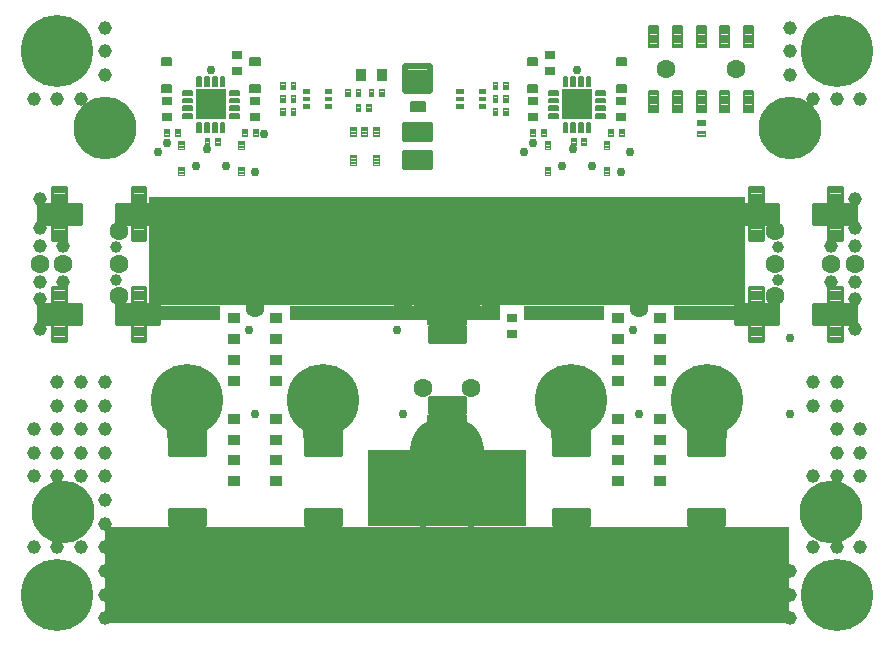
<source format=gto>
G75*
%MOIN*%
%OFA0B0*%
%FSLAX24Y24*%
%IPPOS*%
%LPD*%
%AMOC8*
5,1,8,0,0,1.08239X$1,22.5*
%
%ADD10R,1.9882X0.3642*%
%ADD11R,0.1378X0.0295*%
%ADD12R,0.5315X0.2559*%
%ADD13R,2.2835X0.3248*%
%ADD14R,0.2067X0.0492*%
%ADD15R,0.2657X0.0492*%
%ADD16R,0.6988X0.0492*%
%ADD17C,0.0049*%
%ADD18R,0.0433X0.0354*%
%ADD19C,0.0134*%
%ADD20C,0.0208*%
%ADD21C,0.0068*%
%ADD22R,0.0354X0.0433*%
%ADD23C,0.0039*%
%ADD24C,0.0053*%
%ADD25R,0.1024X0.1024*%
%ADD26R,0.0335X0.0256*%
%ADD27C,0.0057*%
%ADD28C,0.2402*%
%ADD29C,0.0128*%
%ADD30C,0.0047*%
%ADD31C,0.0031*%
%ADD32C,0.0150*%
%ADD33C,0.0110*%
%ADD34C,0.2087*%
%ADD35C,0.0075*%
%ADD36C,0.0630*%
%ADD37C,0.0295*%
%ADD38C,0.0453*%
%ADD39C,0.2480*%
%ADD40C,0.0394*%
D10*
X018614Y016891D03*
D11*
X018614Y014529D03*
X018614Y011281D03*
X014480Y010789D03*
X009952Y010789D03*
X022748Y010789D03*
X027275Y010789D03*
D12*
X018614Y008968D03*
D13*
X018614Y006065D03*
D14*
X027226Y014824D03*
X010002Y014824D03*
D15*
X022502Y014824D03*
D16*
X016891Y014824D03*
D17*
X016330Y020066D02*
X016134Y020066D01*
X016330Y020066D02*
X016330Y019760D01*
X016134Y019760D01*
X016134Y020066D01*
X016134Y019808D02*
X016330Y019808D01*
X016330Y019856D02*
X016134Y019856D01*
X016134Y019904D02*
X016330Y019904D01*
X016330Y019952D02*
X016134Y019952D01*
X016134Y020000D02*
X016330Y020000D01*
X016330Y020048D02*
X016134Y020048D01*
X015582Y020066D02*
X015386Y020066D01*
X015582Y020066D02*
X015582Y019760D01*
X015386Y019760D01*
X015386Y020066D01*
X015386Y019808D02*
X015582Y019808D01*
X015582Y019856D02*
X015386Y019856D01*
X015386Y019904D02*
X015582Y019904D01*
X015582Y019952D02*
X015386Y019952D01*
X015386Y020000D02*
X015582Y020000D01*
X015582Y020048D02*
X015386Y020048D01*
X015386Y021011D02*
X015582Y021011D01*
X015582Y020705D01*
X015386Y020705D01*
X015386Y021011D01*
X015386Y020753D02*
X015582Y020753D01*
X015582Y020801D02*
X015386Y020801D01*
X015386Y020849D02*
X015582Y020849D01*
X015582Y020897D02*
X015386Y020897D01*
X015386Y020945D02*
X015582Y020945D01*
X015582Y020993D02*
X015386Y020993D01*
X015760Y021011D02*
X015956Y021011D01*
X015956Y020705D01*
X015760Y020705D01*
X015760Y021011D01*
X015760Y020753D02*
X015956Y020753D01*
X015956Y020801D02*
X015760Y020801D01*
X015760Y020849D02*
X015956Y020849D01*
X015956Y020897D02*
X015760Y020897D01*
X015760Y020945D02*
X015956Y020945D01*
X015956Y020993D02*
X015760Y020993D01*
X016134Y021011D02*
X016330Y021011D01*
X016330Y020705D01*
X016134Y020705D01*
X016134Y021011D01*
X016134Y020753D02*
X016330Y020753D01*
X016330Y020801D02*
X016134Y020801D01*
X016134Y020849D02*
X016330Y020849D01*
X016330Y020897D02*
X016134Y020897D01*
X016134Y020945D02*
X016330Y020945D01*
X016330Y020993D02*
X016134Y020993D01*
D18*
X012905Y014637D03*
X012905Y013929D03*
X012905Y013259D03*
X012905Y012551D03*
X011527Y012551D03*
X011527Y013259D03*
X011527Y013929D03*
X011527Y014637D03*
X011527Y011291D03*
X011527Y010582D03*
X011527Y009913D03*
X011527Y009204D03*
X012905Y009204D03*
X012905Y009913D03*
X012905Y010582D03*
X012905Y011291D03*
X024322Y011291D03*
X024322Y010582D03*
X024322Y009913D03*
X024322Y009204D03*
X025700Y009204D03*
X025700Y009913D03*
X025700Y010582D03*
X025700Y011291D03*
X025700Y012551D03*
X025700Y013259D03*
X025700Y013929D03*
X025700Y014637D03*
X024322Y014637D03*
X024322Y013929D03*
X024322Y013259D03*
X024322Y012551D03*
D19*
X017166Y019646D02*
X017166Y020180D01*
X018094Y020180D01*
X018094Y019646D01*
X017166Y019646D01*
X017166Y019779D02*
X018094Y019779D01*
X018094Y019912D02*
X017166Y019912D01*
X017166Y020045D02*
X018094Y020045D01*
X018094Y020178D02*
X017166Y020178D01*
X017166Y020591D02*
X017166Y021125D01*
X018094Y021125D01*
X018094Y020591D01*
X017166Y020591D01*
X017166Y020724D02*
X018094Y020724D01*
X018094Y020857D02*
X017166Y020857D01*
X017166Y020990D02*
X018094Y020990D01*
X018094Y021123D02*
X017166Y021123D01*
D20*
X017215Y022205D02*
X018045Y022205D01*
X017215Y022205D02*
X017215Y023035D01*
X018045Y023035D01*
X018045Y022205D01*
X018045Y022412D02*
X017215Y022412D01*
X017215Y022619D02*
X018045Y022619D01*
X018045Y022826D02*
X017215Y022826D01*
X017215Y023033D02*
X018045Y023033D01*
D21*
X017395Y021829D02*
X017395Y021559D01*
X017395Y021829D02*
X017865Y021829D01*
X017865Y021559D01*
X017395Y021559D01*
X017395Y021626D02*
X017865Y021626D01*
X017865Y021693D02*
X017395Y021693D01*
X017395Y021760D02*
X017865Y021760D01*
X017865Y021827D02*
X017395Y021827D01*
D22*
X016448Y022748D03*
X015740Y022748D03*
D23*
X015720Y022038D02*
X015562Y022038D01*
X015562Y022276D01*
X015720Y022276D01*
X015720Y022038D01*
X015720Y022076D02*
X015562Y022076D01*
X015562Y022114D02*
X015720Y022114D01*
X015720Y022152D02*
X015562Y022152D01*
X015562Y022190D02*
X015720Y022190D01*
X015720Y022228D02*
X015562Y022228D01*
X015562Y022266D02*
X015720Y022266D01*
X015995Y022038D02*
X016153Y022038D01*
X015995Y022038D02*
X015995Y022276D01*
X016153Y022276D01*
X016153Y022038D01*
X016153Y022076D02*
X015995Y022076D01*
X015995Y022114D02*
X016153Y022114D01*
X016153Y022152D02*
X015995Y022152D01*
X015995Y022190D02*
X016153Y022190D01*
X016153Y022228D02*
X015995Y022228D01*
X015995Y022266D02*
X016153Y022266D01*
X016350Y022038D02*
X016508Y022038D01*
X016350Y022038D02*
X016350Y022276D01*
X016508Y022276D01*
X016508Y022038D01*
X016508Y022076D02*
X016350Y022076D01*
X016350Y022114D02*
X016508Y022114D01*
X016508Y022152D02*
X016350Y022152D01*
X016350Y022190D02*
X016508Y022190D01*
X016508Y022228D02*
X016350Y022228D01*
X016350Y022266D02*
X016508Y022266D01*
X016075Y021546D02*
X015917Y021546D01*
X015917Y021784D01*
X016075Y021784D01*
X016075Y021546D01*
X016075Y021584D02*
X015917Y021584D01*
X015917Y021622D02*
X016075Y021622D01*
X016075Y021660D02*
X015917Y021660D01*
X015917Y021698D02*
X016075Y021698D01*
X016075Y021736D02*
X015917Y021736D01*
X015917Y021774D02*
X016075Y021774D01*
X015720Y021546D02*
X015562Y021546D01*
X015562Y021784D01*
X015720Y021784D01*
X015720Y021546D01*
X015720Y021584D02*
X015562Y021584D01*
X015562Y021622D02*
X015720Y021622D01*
X015720Y021660D02*
X015562Y021660D01*
X015562Y021698D02*
X015720Y021698D01*
X015720Y021736D02*
X015562Y021736D01*
X015562Y021774D02*
X015720Y021774D01*
X015366Y022038D02*
X015208Y022038D01*
X015208Y022276D01*
X015366Y022276D01*
X015366Y022038D01*
X015366Y022076D02*
X015208Y022076D01*
X015208Y022114D02*
X015366Y022114D01*
X015366Y022152D02*
X015208Y022152D01*
X015208Y022190D02*
X015366Y022190D01*
X015366Y022228D02*
X015208Y022228D01*
X015208Y022266D02*
X015366Y022266D01*
X013555Y022274D02*
X013397Y022274D01*
X013397Y022512D01*
X013555Y022512D01*
X013555Y022274D01*
X013555Y022312D02*
X013397Y022312D01*
X013397Y022350D02*
X013555Y022350D01*
X013555Y022388D02*
X013397Y022388D01*
X013397Y022426D02*
X013555Y022426D01*
X013555Y022464D02*
X013397Y022464D01*
X013397Y022502D02*
X013555Y022502D01*
X013201Y022274D02*
X013043Y022274D01*
X013043Y022512D01*
X013201Y022512D01*
X013201Y022274D01*
X013201Y022312D02*
X013043Y022312D01*
X013043Y022350D02*
X013201Y022350D01*
X013201Y022388D02*
X013043Y022388D01*
X013043Y022426D02*
X013201Y022426D01*
X013201Y022464D02*
X013043Y022464D01*
X013043Y022502D02*
X013201Y022502D01*
X013201Y021841D02*
X013043Y021841D01*
X013043Y022079D01*
X013201Y022079D01*
X013201Y021841D01*
X013201Y021879D02*
X013043Y021879D01*
X013043Y021917D02*
X013201Y021917D01*
X013201Y021955D02*
X013043Y021955D01*
X013043Y021993D02*
X013201Y021993D01*
X013201Y022031D02*
X013043Y022031D01*
X013043Y022069D02*
X013201Y022069D01*
X013397Y021841D02*
X013555Y021841D01*
X013397Y021841D02*
X013397Y022079D01*
X013555Y022079D01*
X013555Y021841D01*
X013555Y021879D02*
X013397Y021879D01*
X013397Y021917D02*
X013555Y021917D01*
X013555Y021955D02*
X013397Y021955D01*
X013397Y021993D02*
X013555Y021993D01*
X013555Y022031D02*
X013397Y022031D01*
X013397Y022069D02*
X013555Y022069D01*
X013555Y021408D02*
X013397Y021408D01*
X013397Y021646D01*
X013555Y021646D01*
X013555Y021408D01*
X013555Y021446D02*
X013397Y021446D01*
X013397Y021484D02*
X013555Y021484D01*
X013555Y021522D02*
X013397Y021522D01*
X013397Y021560D02*
X013555Y021560D01*
X013555Y021598D02*
X013397Y021598D01*
X013397Y021636D02*
X013555Y021636D01*
X013201Y021408D02*
X013043Y021408D01*
X013043Y021646D01*
X013201Y021646D01*
X013201Y021408D01*
X013201Y021446D02*
X013043Y021446D01*
X013043Y021484D02*
X013201Y021484D01*
X013201Y021522D02*
X013043Y021522D01*
X013043Y021560D02*
X013201Y021560D01*
X013201Y021598D02*
X013043Y021598D01*
X013043Y021636D02*
X013201Y021636D01*
X012295Y020719D02*
X012137Y020719D01*
X012137Y020957D01*
X012295Y020957D01*
X012295Y020719D01*
X012295Y020757D02*
X012137Y020757D01*
X012137Y020795D02*
X012295Y020795D01*
X012295Y020833D02*
X012137Y020833D01*
X012137Y020871D02*
X012295Y020871D01*
X012295Y020909D02*
X012137Y020909D01*
X012137Y020947D02*
X012295Y020947D01*
X011941Y020719D02*
X011783Y020719D01*
X011783Y020957D01*
X011941Y020957D01*
X011941Y020719D01*
X011941Y020757D02*
X011783Y020757D01*
X011783Y020795D02*
X011941Y020795D01*
X011941Y020833D02*
X011783Y020833D01*
X011783Y020871D02*
X011941Y020871D01*
X011941Y020909D02*
X011783Y020909D01*
X011783Y020947D02*
X011941Y020947D01*
X011045Y020652D02*
X010887Y020652D01*
X011045Y020652D02*
X011045Y020414D01*
X010887Y020414D01*
X010887Y020652D01*
X010887Y020452D02*
X011045Y020452D01*
X011045Y020490D02*
X010887Y020490D01*
X010887Y020528D02*
X011045Y020528D01*
X011045Y020566D02*
X010887Y020566D01*
X010887Y020604D02*
X011045Y020604D01*
X011045Y020642D02*
X010887Y020642D01*
X010691Y020652D02*
X010533Y020652D01*
X010691Y020652D02*
X010691Y020414D01*
X010533Y020414D01*
X010533Y020652D01*
X010533Y020452D02*
X010691Y020452D01*
X010691Y020490D02*
X010533Y020490D01*
X010533Y020528D02*
X010691Y020528D01*
X010691Y020566D02*
X010533Y020566D01*
X010533Y020604D02*
X010691Y020604D01*
X010691Y020642D02*
X010533Y020642D01*
X009697Y020719D02*
X009539Y020719D01*
X009539Y020957D01*
X009697Y020957D01*
X009697Y020719D01*
X009697Y020757D02*
X009539Y020757D01*
X009539Y020795D02*
X009697Y020795D01*
X009697Y020833D02*
X009539Y020833D01*
X009539Y020871D02*
X009697Y020871D01*
X009697Y020909D02*
X009539Y020909D01*
X009539Y020947D02*
X009697Y020947D01*
X009342Y020719D02*
X009184Y020719D01*
X009184Y020957D01*
X009342Y020957D01*
X009342Y020719D01*
X009342Y020757D02*
X009184Y020757D01*
X009184Y020795D02*
X009342Y020795D01*
X009342Y020833D02*
X009184Y020833D01*
X009184Y020871D02*
X009342Y020871D01*
X009342Y020909D02*
X009184Y020909D01*
X009184Y020947D02*
X009342Y020947D01*
X020129Y021646D02*
X020287Y021646D01*
X020287Y021408D01*
X020129Y021408D01*
X020129Y021646D01*
X020129Y021446D02*
X020287Y021446D01*
X020287Y021484D02*
X020129Y021484D01*
X020129Y021522D02*
X020287Y021522D01*
X020287Y021560D02*
X020129Y021560D01*
X020129Y021598D02*
X020287Y021598D01*
X020287Y021636D02*
X020129Y021636D01*
X020129Y022079D02*
X020287Y022079D01*
X020287Y021841D01*
X020129Y021841D01*
X020129Y022079D01*
X020129Y021879D02*
X020287Y021879D01*
X020287Y021917D02*
X020129Y021917D01*
X020129Y021955D02*
X020287Y021955D01*
X020287Y021993D02*
X020129Y021993D01*
X020129Y022031D02*
X020287Y022031D01*
X020287Y022069D02*
X020129Y022069D01*
X020129Y022512D02*
X020287Y022512D01*
X020287Y022274D01*
X020129Y022274D01*
X020129Y022512D01*
X020129Y022312D02*
X020287Y022312D01*
X020287Y022350D02*
X020129Y022350D01*
X020129Y022388D02*
X020287Y022388D01*
X020287Y022426D02*
X020129Y022426D01*
X020129Y022464D02*
X020287Y022464D01*
X020287Y022502D02*
X020129Y022502D01*
X020484Y022512D02*
X020642Y022512D01*
X020642Y022274D01*
X020484Y022274D01*
X020484Y022512D01*
X020484Y022312D02*
X020642Y022312D01*
X020642Y022350D02*
X020484Y022350D01*
X020484Y022388D02*
X020642Y022388D01*
X020642Y022426D02*
X020484Y022426D01*
X020484Y022464D02*
X020642Y022464D01*
X020642Y022502D02*
X020484Y022502D01*
X020484Y022079D02*
X020642Y022079D01*
X020642Y021841D01*
X020484Y021841D01*
X020484Y022079D01*
X020484Y021879D02*
X020642Y021879D01*
X020642Y021917D02*
X020484Y021917D01*
X020484Y021955D02*
X020642Y021955D01*
X020642Y021993D02*
X020484Y021993D01*
X020484Y022031D02*
X020642Y022031D01*
X020642Y022069D02*
X020484Y022069D01*
X020484Y021646D02*
X020642Y021646D01*
X020642Y021408D01*
X020484Y021408D01*
X020484Y021646D01*
X020484Y021446D02*
X020642Y021446D01*
X020642Y021484D02*
X020484Y021484D01*
X020484Y021522D02*
X020642Y021522D01*
X020642Y021560D02*
X020484Y021560D01*
X020484Y021598D02*
X020642Y021598D01*
X020642Y021636D02*
X020484Y021636D01*
X021389Y020719D02*
X021547Y020719D01*
X021389Y020719D02*
X021389Y020957D01*
X021547Y020957D01*
X021547Y020719D01*
X021547Y020757D02*
X021389Y020757D01*
X021389Y020795D02*
X021547Y020795D01*
X021547Y020833D02*
X021389Y020833D01*
X021389Y020871D02*
X021547Y020871D01*
X021547Y020909D02*
X021389Y020909D01*
X021389Y020947D02*
X021547Y020947D01*
X021743Y020719D02*
X021901Y020719D01*
X021743Y020719D02*
X021743Y020957D01*
X021901Y020957D01*
X021901Y020719D01*
X021901Y020757D02*
X021743Y020757D01*
X021743Y020795D02*
X021901Y020795D01*
X021901Y020833D02*
X021743Y020833D01*
X021743Y020871D02*
X021901Y020871D01*
X021901Y020909D02*
X021743Y020909D01*
X021743Y020947D02*
X021901Y020947D01*
X022738Y020652D02*
X022896Y020652D01*
X022896Y020414D01*
X022738Y020414D01*
X022738Y020652D01*
X022738Y020452D02*
X022896Y020452D01*
X022896Y020490D02*
X022738Y020490D01*
X022738Y020528D02*
X022896Y020528D01*
X022896Y020566D02*
X022738Y020566D01*
X022738Y020604D02*
X022896Y020604D01*
X022896Y020642D02*
X022738Y020642D01*
X023092Y020652D02*
X023250Y020652D01*
X023250Y020414D01*
X023092Y020414D01*
X023092Y020652D01*
X023092Y020452D02*
X023250Y020452D01*
X023250Y020490D02*
X023092Y020490D01*
X023092Y020528D02*
X023250Y020528D01*
X023250Y020566D02*
X023092Y020566D01*
X023092Y020604D02*
X023250Y020604D01*
X023250Y020642D02*
X023092Y020642D01*
X023988Y020719D02*
X024146Y020719D01*
X023988Y020719D02*
X023988Y020957D01*
X024146Y020957D01*
X024146Y020719D01*
X024146Y020757D02*
X023988Y020757D01*
X023988Y020795D02*
X024146Y020795D01*
X024146Y020833D02*
X023988Y020833D01*
X023988Y020871D02*
X024146Y020871D01*
X024146Y020909D02*
X023988Y020909D01*
X023988Y020947D02*
X024146Y020947D01*
X024342Y020719D02*
X024500Y020719D01*
X024342Y020719D02*
X024342Y020957D01*
X024500Y020957D01*
X024500Y020719D01*
X024500Y020757D02*
X024342Y020757D01*
X024342Y020795D02*
X024500Y020795D01*
X024500Y020833D02*
X024342Y020833D01*
X024342Y020871D02*
X024500Y020871D01*
X024500Y020909D02*
X024342Y020909D01*
X024342Y020947D02*
X024500Y020947D01*
X026959Y020878D02*
X026959Y020720D01*
X026959Y020878D02*
X027197Y020878D01*
X027197Y020720D01*
X026959Y020720D01*
X026959Y020758D02*
X027197Y020758D01*
X027197Y020796D02*
X026959Y020796D01*
X026959Y020834D02*
X027197Y020834D01*
X027197Y020872D02*
X026959Y020872D01*
X026959Y021074D02*
X026959Y021232D01*
X027197Y021232D01*
X027197Y021074D01*
X026959Y021074D01*
X026959Y021112D02*
X027197Y021112D01*
X027197Y021150D02*
X026959Y021150D01*
X026959Y021188D02*
X027197Y021188D01*
X027197Y021226D02*
X026959Y021226D01*
D24*
X023871Y021442D02*
X023569Y021442D01*
X023871Y021442D02*
X023871Y021318D01*
X023569Y021318D01*
X023569Y021442D01*
X023569Y021370D02*
X023871Y021370D01*
X023871Y021422D02*
X023569Y021422D01*
X023569Y021697D02*
X023871Y021697D01*
X023871Y021573D01*
X023569Y021573D01*
X023569Y021697D01*
X023569Y021625D02*
X023871Y021625D01*
X023871Y021677D02*
X023569Y021677D01*
X023569Y021953D02*
X023871Y021953D01*
X023871Y021829D01*
X023569Y021829D01*
X023569Y021953D01*
X023569Y021881D02*
X023871Y021881D01*
X023871Y021933D02*
X023569Y021933D01*
X023569Y022209D02*
X023871Y022209D01*
X023871Y022085D01*
X023569Y022085D01*
X023569Y022209D01*
X023569Y022137D02*
X023871Y022137D01*
X023871Y022189D02*
X023569Y022189D01*
X023266Y022388D02*
X023266Y022690D01*
X023390Y022690D01*
X023390Y022388D01*
X023266Y022388D01*
X023266Y022440D02*
X023390Y022440D01*
X023390Y022492D02*
X023266Y022492D01*
X023266Y022544D02*
X023390Y022544D01*
X023390Y022596D02*
X023266Y022596D01*
X023266Y022648D02*
X023390Y022648D01*
X023010Y022690D02*
X023010Y022388D01*
X023010Y022690D02*
X023134Y022690D01*
X023134Y022388D01*
X023010Y022388D01*
X023010Y022440D02*
X023134Y022440D01*
X023134Y022492D02*
X023010Y022492D01*
X023010Y022544D02*
X023134Y022544D01*
X023134Y022596D02*
X023010Y022596D01*
X023010Y022648D02*
X023134Y022648D01*
X022755Y022690D02*
X022755Y022388D01*
X022755Y022690D02*
X022879Y022690D01*
X022879Y022388D01*
X022755Y022388D01*
X022755Y022440D02*
X022879Y022440D01*
X022879Y022492D02*
X022755Y022492D01*
X022755Y022544D02*
X022879Y022544D01*
X022879Y022596D02*
X022755Y022596D01*
X022755Y022648D02*
X022879Y022648D01*
X022499Y022690D02*
X022499Y022388D01*
X022499Y022690D02*
X022623Y022690D01*
X022623Y022388D01*
X022499Y022388D01*
X022499Y022440D02*
X022623Y022440D01*
X022623Y022492D02*
X022499Y022492D01*
X022499Y022544D02*
X022623Y022544D01*
X022623Y022596D02*
X022499Y022596D01*
X022499Y022648D02*
X022623Y022648D01*
X022320Y022085D02*
X022018Y022085D01*
X022018Y022209D01*
X022320Y022209D01*
X022320Y022085D01*
X022320Y022137D02*
X022018Y022137D01*
X022018Y022189D02*
X022320Y022189D01*
X022320Y021829D02*
X022018Y021829D01*
X022018Y021953D01*
X022320Y021953D01*
X022320Y021829D01*
X022320Y021881D02*
X022018Y021881D01*
X022018Y021933D02*
X022320Y021933D01*
X022320Y021573D02*
X022018Y021573D01*
X022018Y021697D01*
X022320Y021697D01*
X022320Y021573D01*
X022320Y021625D02*
X022018Y021625D01*
X022018Y021677D02*
X022320Y021677D01*
X022320Y021318D02*
X022018Y021318D01*
X022018Y021442D01*
X022320Y021442D01*
X022320Y021318D01*
X022320Y021370D02*
X022018Y021370D01*
X022018Y021422D02*
X022320Y021422D01*
X022623Y021139D02*
X022623Y020837D01*
X022499Y020837D01*
X022499Y021139D01*
X022623Y021139D01*
X022623Y020889D02*
X022499Y020889D01*
X022499Y020941D02*
X022623Y020941D01*
X022623Y020993D02*
X022499Y020993D01*
X022499Y021045D02*
X022623Y021045D01*
X022623Y021097D02*
X022499Y021097D01*
X022879Y021139D02*
X022879Y020837D01*
X022755Y020837D01*
X022755Y021139D01*
X022879Y021139D01*
X022879Y020889D02*
X022755Y020889D01*
X022755Y020941D02*
X022879Y020941D01*
X022879Y020993D02*
X022755Y020993D01*
X022755Y021045D02*
X022879Y021045D01*
X022879Y021097D02*
X022755Y021097D01*
X023134Y021139D02*
X023134Y020837D01*
X023010Y020837D01*
X023010Y021139D01*
X023134Y021139D01*
X023134Y020889D02*
X023010Y020889D01*
X023010Y020941D02*
X023134Y020941D01*
X023134Y020993D02*
X023010Y020993D01*
X023010Y021045D02*
X023134Y021045D01*
X023134Y021097D02*
X023010Y021097D01*
X023390Y021139D02*
X023390Y020837D01*
X023266Y020837D01*
X023266Y021139D01*
X023390Y021139D01*
X023390Y020889D02*
X023266Y020889D01*
X023266Y020941D02*
X023390Y020941D01*
X023390Y020993D02*
X023266Y020993D01*
X023266Y021045D02*
X023390Y021045D01*
X023390Y021097D02*
X023266Y021097D01*
X011666Y021442D02*
X011364Y021442D01*
X011666Y021442D02*
X011666Y021318D01*
X011364Y021318D01*
X011364Y021442D01*
X011364Y021370D02*
X011666Y021370D01*
X011666Y021422D02*
X011364Y021422D01*
X011364Y021697D02*
X011666Y021697D01*
X011666Y021573D01*
X011364Y021573D01*
X011364Y021697D01*
X011364Y021625D02*
X011666Y021625D01*
X011666Y021677D02*
X011364Y021677D01*
X011364Y021953D02*
X011666Y021953D01*
X011666Y021829D01*
X011364Y021829D01*
X011364Y021953D01*
X011364Y021881D02*
X011666Y021881D01*
X011666Y021933D02*
X011364Y021933D01*
X011364Y022209D02*
X011666Y022209D01*
X011666Y022085D01*
X011364Y022085D01*
X011364Y022209D01*
X011364Y022137D02*
X011666Y022137D01*
X011666Y022189D02*
X011364Y022189D01*
X011062Y022388D02*
X011062Y022690D01*
X011186Y022690D01*
X011186Y022388D01*
X011062Y022388D01*
X011062Y022440D02*
X011186Y022440D01*
X011186Y022492D02*
X011062Y022492D01*
X011062Y022544D02*
X011186Y022544D01*
X011186Y022596D02*
X011062Y022596D01*
X011062Y022648D02*
X011186Y022648D01*
X010806Y022690D02*
X010806Y022388D01*
X010806Y022690D02*
X010930Y022690D01*
X010930Y022388D01*
X010806Y022388D01*
X010806Y022440D02*
X010930Y022440D01*
X010930Y022492D02*
X010806Y022492D01*
X010806Y022544D02*
X010930Y022544D01*
X010930Y022596D02*
X010806Y022596D01*
X010806Y022648D02*
X010930Y022648D01*
X010550Y022690D02*
X010550Y022388D01*
X010550Y022690D02*
X010674Y022690D01*
X010674Y022388D01*
X010550Y022388D01*
X010550Y022440D02*
X010674Y022440D01*
X010674Y022492D02*
X010550Y022492D01*
X010550Y022544D02*
X010674Y022544D01*
X010674Y022596D02*
X010550Y022596D01*
X010550Y022648D02*
X010674Y022648D01*
X010294Y022690D02*
X010294Y022388D01*
X010294Y022690D02*
X010418Y022690D01*
X010418Y022388D01*
X010294Y022388D01*
X010294Y022440D02*
X010418Y022440D01*
X010418Y022492D02*
X010294Y022492D01*
X010294Y022544D02*
X010418Y022544D01*
X010418Y022596D02*
X010294Y022596D01*
X010294Y022648D02*
X010418Y022648D01*
X010115Y022085D02*
X009813Y022085D01*
X009813Y022209D01*
X010115Y022209D01*
X010115Y022085D01*
X010115Y022137D02*
X009813Y022137D01*
X009813Y022189D02*
X010115Y022189D01*
X010115Y021829D02*
X009813Y021829D01*
X009813Y021953D01*
X010115Y021953D01*
X010115Y021829D01*
X010115Y021881D02*
X009813Y021881D01*
X009813Y021933D02*
X010115Y021933D01*
X010115Y021573D02*
X009813Y021573D01*
X009813Y021697D01*
X010115Y021697D01*
X010115Y021573D01*
X010115Y021625D02*
X009813Y021625D01*
X009813Y021677D02*
X010115Y021677D01*
X010115Y021318D02*
X009813Y021318D01*
X009813Y021442D01*
X010115Y021442D01*
X010115Y021318D01*
X010115Y021370D02*
X009813Y021370D01*
X009813Y021422D02*
X010115Y021422D01*
X010418Y021139D02*
X010418Y020837D01*
X010294Y020837D01*
X010294Y021139D01*
X010418Y021139D01*
X010418Y020889D02*
X010294Y020889D01*
X010294Y020941D02*
X010418Y020941D01*
X010418Y020993D02*
X010294Y020993D01*
X010294Y021045D02*
X010418Y021045D01*
X010418Y021097D02*
X010294Y021097D01*
X010674Y021139D02*
X010674Y020837D01*
X010550Y020837D01*
X010550Y021139D01*
X010674Y021139D01*
X010674Y020889D02*
X010550Y020889D01*
X010550Y020941D02*
X010674Y020941D01*
X010674Y020993D02*
X010550Y020993D01*
X010550Y021045D02*
X010674Y021045D01*
X010674Y021097D02*
X010550Y021097D01*
X010930Y021139D02*
X010930Y020837D01*
X010806Y020837D01*
X010806Y021139D01*
X010930Y021139D01*
X010930Y020889D02*
X010806Y020889D01*
X010806Y020941D02*
X010930Y020941D01*
X010930Y020993D02*
X010806Y020993D01*
X010806Y021045D02*
X010930Y021045D01*
X010930Y021097D02*
X010806Y021097D01*
X011186Y021139D02*
X011186Y020837D01*
X011062Y020837D01*
X011062Y021139D01*
X011186Y021139D01*
X011186Y020889D02*
X011062Y020889D01*
X011062Y020941D02*
X011186Y020941D01*
X011186Y020993D02*
X011062Y020993D01*
X011062Y021045D02*
X011186Y021045D01*
X011186Y021097D02*
X011062Y021097D01*
D25*
X010740Y021763D03*
X022944Y021763D03*
D26*
X021468Y021891D03*
X021468Y021340D03*
X022059Y022866D03*
X022059Y023417D03*
X024421Y021891D03*
X024421Y021340D03*
X020779Y014657D03*
X020779Y014106D03*
X012216Y021340D03*
X012216Y021891D03*
X011626Y022866D03*
X011626Y023417D03*
X009263Y021891D03*
X009263Y021340D03*
D27*
X009418Y022194D02*
X009418Y022424D01*
X009418Y022194D02*
X009108Y022194D01*
X009108Y022424D01*
X009418Y022424D01*
X009418Y022250D02*
X009108Y022250D01*
X009108Y022306D02*
X009418Y022306D01*
X009418Y022362D02*
X009108Y022362D01*
X009108Y022418D02*
X009418Y022418D01*
X009418Y023072D02*
X009418Y023302D01*
X009418Y023072D02*
X009108Y023072D01*
X009108Y023302D01*
X009418Y023302D01*
X009418Y023128D02*
X009108Y023128D01*
X009108Y023184D02*
X009418Y023184D01*
X009418Y023240D02*
X009108Y023240D01*
X009108Y023296D02*
X009418Y023296D01*
X012371Y023302D02*
X012371Y023072D01*
X012061Y023072D01*
X012061Y023302D01*
X012371Y023302D01*
X012371Y023128D02*
X012061Y023128D01*
X012061Y023184D02*
X012371Y023184D01*
X012371Y023240D02*
X012061Y023240D01*
X012061Y023296D02*
X012371Y023296D01*
X012371Y022424D02*
X012371Y022194D01*
X012061Y022194D01*
X012061Y022424D01*
X012371Y022424D01*
X012371Y022250D02*
X012061Y022250D01*
X012061Y022306D02*
X012371Y022306D01*
X012371Y022362D02*
X012061Y022362D01*
X012061Y022418D02*
X012371Y022418D01*
X021623Y022424D02*
X021623Y022194D01*
X021313Y022194D01*
X021313Y022424D01*
X021623Y022424D01*
X021623Y022250D02*
X021313Y022250D01*
X021313Y022306D02*
X021623Y022306D01*
X021623Y022362D02*
X021313Y022362D01*
X021313Y022418D02*
X021623Y022418D01*
X021623Y023072D02*
X021623Y023302D01*
X021623Y023072D02*
X021313Y023072D01*
X021313Y023302D01*
X021623Y023302D01*
X021623Y023128D02*
X021313Y023128D01*
X021313Y023184D02*
X021623Y023184D01*
X021623Y023240D02*
X021313Y023240D01*
X021313Y023296D02*
X021623Y023296D01*
X024576Y023302D02*
X024576Y023072D01*
X024266Y023072D01*
X024266Y023302D01*
X024576Y023302D01*
X024576Y023128D02*
X024266Y023128D01*
X024266Y023184D02*
X024576Y023184D01*
X024576Y023240D02*
X024266Y023240D01*
X024266Y023296D02*
X024576Y023296D01*
X024576Y022424D02*
X024576Y022194D01*
X024266Y022194D01*
X024266Y022424D01*
X024576Y022424D01*
X024576Y022250D02*
X024266Y022250D01*
X024266Y022306D02*
X024576Y022306D01*
X024576Y022362D02*
X024266Y022362D01*
X024266Y022418D02*
X024576Y022418D01*
D28*
X005622Y005425D03*
X009952Y011921D03*
X014480Y011921D03*
X022748Y011921D03*
X027275Y011921D03*
X031606Y005425D03*
X031606Y023535D03*
X005622Y023535D03*
D29*
X019199Y014341D02*
X019199Y013831D01*
X018029Y013831D01*
X018029Y014341D01*
X019199Y014341D01*
X019199Y013958D02*
X018029Y013958D01*
X018029Y014085D02*
X019199Y014085D01*
X019199Y014212D02*
X018029Y014212D01*
X018029Y014339D02*
X019199Y014339D01*
X019199Y011979D02*
X019199Y011469D01*
X018029Y011469D01*
X018029Y011979D01*
X019199Y011979D01*
X019199Y011596D02*
X018029Y011596D01*
X018029Y011723D02*
X019199Y011723D01*
X019199Y011850D02*
X018029Y011850D01*
X018029Y011977D02*
X019199Y011977D01*
X023333Y010601D02*
X023333Y010091D01*
X022163Y010091D01*
X022163Y010601D01*
X023333Y010601D01*
X023333Y010218D02*
X022163Y010218D01*
X022163Y010345D02*
X023333Y010345D01*
X023333Y010472D02*
X022163Y010472D01*
X022163Y010599D02*
X023333Y010599D01*
X023333Y008239D02*
X023333Y007729D01*
X022163Y007729D01*
X022163Y008239D01*
X023333Y008239D01*
X023333Y007856D02*
X022163Y007856D01*
X022163Y007983D02*
X023333Y007983D01*
X023333Y008110D02*
X022163Y008110D01*
X022163Y008237D02*
X023333Y008237D01*
X027860Y008239D02*
X027860Y007729D01*
X026690Y007729D01*
X026690Y008239D01*
X027860Y008239D01*
X027860Y007856D02*
X026690Y007856D01*
X026690Y007983D02*
X027860Y007983D01*
X027860Y008110D02*
X026690Y008110D01*
X026690Y008237D02*
X027860Y008237D01*
X027860Y010091D02*
X027860Y010601D01*
X027860Y010091D02*
X026690Y010091D01*
X026690Y010601D01*
X027860Y010601D01*
X027860Y010218D02*
X026690Y010218D01*
X026690Y010345D02*
X027860Y010345D01*
X027860Y010472D02*
X026690Y010472D01*
X026690Y010599D02*
X027860Y010599D01*
X015065Y010601D02*
X015065Y010091D01*
X013895Y010091D01*
X013895Y010601D01*
X015065Y010601D01*
X015065Y010218D02*
X013895Y010218D01*
X013895Y010345D02*
X015065Y010345D01*
X015065Y010472D02*
X013895Y010472D01*
X013895Y010599D02*
X015065Y010599D01*
X015065Y008239D02*
X015065Y007729D01*
X013895Y007729D01*
X013895Y008239D01*
X015065Y008239D01*
X015065Y007856D02*
X013895Y007856D01*
X013895Y007983D02*
X015065Y007983D01*
X015065Y008110D02*
X013895Y008110D01*
X013895Y008237D02*
X015065Y008237D01*
X010537Y008239D02*
X010537Y007729D01*
X009367Y007729D01*
X009367Y008239D01*
X010537Y008239D01*
X010537Y007856D02*
X009367Y007856D01*
X009367Y007983D02*
X010537Y007983D01*
X010537Y008110D02*
X009367Y008110D01*
X009367Y008237D02*
X010537Y008237D01*
X010537Y010091D02*
X010537Y010601D01*
X010537Y010091D02*
X009367Y010091D01*
X009367Y010601D01*
X010537Y010601D01*
X010537Y010218D02*
X009367Y010218D01*
X009367Y010345D02*
X010537Y010345D01*
X010537Y010472D02*
X009367Y010472D01*
X009367Y010599D02*
X010537Y010599D01*
D30*
X009661Y019425D02*
X009661Y019693D01*
X009851Y019693D01*
X009851Y019425D01*
X009661Y019425D01*
X009661Y019471D02*
X009851Y019471D01*
X009851Y019517D02*
X009661Y019517D01*
X009661Y019563D02*
X009851Y019563D01*
X009851Y019609D02*
X009661Y019609D01*
X009661Y019655D02*
X009851Y019655D01*
X009661Y020291D02*
X009661Y020559D01*
X009851Y020559D01*
X009851Y020291D01*
X009661Y020291D01*
X009661Y020337D02*
X009851Y020337D01*
X009851Y020383D02*
X009661Y020383D01*
X009661Y020429D02*
X009851Y020429D01*
X009851Y020475D02*
X009661Y020475D01*
X009661Y020521D02*
X009851Y020521D01*
X011639Y020559D02*
X011639Y020291D01*
X011639Y020559D02*
X011829Y020559D01*
X011829Y020291D01*
X011639Y020291D01*
X011639Y020337D02*
X011829Y020337D01*
X011829Y020383D02*
X011639Y020383D01*
X011639Y020429D02*
X011829Y020429D01*
X011829Y020475D02*
X011639Y020475D01*
X011639Y020521D02*
X011829Y020521D01*
X011639Y019693D02*
X011639Y019425D01*
X011639Y019693D02*
X011829Y019693D01*
X011829Y019425D01*
X011639Y019425D01*
X011639Y019471D02*
X011829Y019471D01*
X011829Y019517D02*
X011639Y019517D01*
X011639Y019563D02*
X011829Y019563D01*
X011829Y019609D02*
X011639Y019609D01*
X011639Y019655D02*
X011829Y019655D01*
X021865Y019693D02*
X021865Y019425D01*
X021865Y019693D02*
X022055Y019693D01*
X022055Y019425D01*
X021865Y019425D01*
X021865Y019471D02*
X022055Y019471D01*
X022055Y019517D02*
X021865Y019517D01*
X021865Y019563D02*
X022055Y019563D01*
X022055Y019609D02*
X021865Y019609D01*
X021865Y019655D02*
X022055Y019655D01*
X021865Y020291D02*
X021865Y020559D01*
X022055Y020559D01*
X022055Y020291D01*
X021865Y020291D01*
X021865Y020337D02*
X022055Y020337D01*
X022055Y020383D02*
X021865Y020383D01*
X021865Y020429D02*
X022055Y020429D01*
X022055Y020475D02*
X021865Y020475D01*
X021865Y020521D02*
X022055Y020521D01*
X023834Y020559D02*
X023834Y020291D01*
X023834Y020559D02*
X024024Y020559D01*
X024024Y020291D01*
X023834Y020291D01*
X023834Y020337D02*
X024024Y020337D01*
X024024Y020383D02*
X023834Y020383D01*
X023834Y020429D02*
X024024Y020429D01*
X024024Y020475D02*
X023834Y020475D01*
X023834Y020521D02*
X024024Y020521D01*
X023834Y019693D02*
X023834Y019425D01*
X023834Y019693D02*
X024024Y019693D01*
X024024Y019425D01*
X023834Y019425D01*
X023834Y019471D02*
X024024Y019471D01*
X024024Y019517D02*
X023834Y019517D01*
X023834Y019563D02*
X024024Y019563D01*
X024024Y019609D02*
X023834Y019609D01*
X023834Y019655D02*
X024024Y019655D01*
D31*
X019878Y021641D02*
X019878Y021767D01*
X019878Y021641D02*
X019672Y021641D01*
X019672Y021767D01*
X019878Y021767D01*
X019878Y021671D02*
X019672Y021671D01*
X019672Y021701D02*
X019878Y021701D01*
X019878Y021731D02*
X019672Y021731D01*
X019672Y021761D02*
X019878Y021761D01*
X019878Y021897D02*
X019878Y022023D01*
X019878Y021897D02*
X019672Y021897D01*
X019672Y022023D01*
X019878Y022023D01*
X019878Y021927D02*
X019672Y021927D01*
X019672Y021957D02*
X019878Y021957D01*
X019878Y021987D02*
X019672Y021987D01*
X019672Y022017D02*
X019878Y022017D01*
X019878Y022153D02*
X019878Y022279D01*
X019878Y022153D02*
X019672Y022153D01*
X019672Y022279D01*
X019878Y022279D01*
X019878Y022183D02*
X019672Y022183D01*
X019672Y022213D02*
X019878Y022213D01*
X019878Y022243D02*
X019672Y022243D01*
X019672Y022273D02*
X019878Y022273D01*
X018924Y022279D02*
X018924Y022153D01*
X018924Y022279D02*
X019130Y022279D01*
X019130Y022153D01*
X018924Y022153D01*
X018924Y022183D02*
X019130Y022183D01*
X019130Y022213D02*
X018924Y022213D01*
X018924Y022243D02*
X019130Y022243D01*
X019130Y022273D02*
X018924Y022273D01*
X018924Y022023D02*
X018924Y021897D01*
X018924Y022023D02*
X019130Y022023D01*
X019130Y021897D01*
X018924Y021897D01*
X018924Y021927D02*
X019130Y021927D01*
X019130Y021957D02*
X018924Y021957D01*
X018924Y021987D02*
X019130Y021987D01*
X019130Y022017D02*
X018924Y022017D01*
X018924Y021767D02*
X018924Y021641D01*
X018924Y021767D02*
X019130Y021767D01*
X019130Y021641D01*
X018924Y021641D01*
X018924Y021671D02*
X019130Y021671D01*
X019130Y021701D02*
X018924Y021701D01*
X018924Y021731D02*
X019130Y021731D01*
X019130Y021761D02*
X018924Y021761D01*
X014760Y021767D02*
X014760Y021641D01*
X014554Y021641D01*
X014554Y021767D01*
X014760Y021767D01*
X014760Y021671D02*
X014554Y021671D01*
X014554Y021701D02*
X014760Y021701D01*
X014760Y021731D02*
X014554Y021731D01*
X014554Y021761D02*
X014760Y021761D01*
X014760Y021897D02*
X014760Y022023D01*
X014760Y021897D02*
X014554Y021897D01*
X014554Y022023D01*
X014760Y022023D01*
X014760Y021927D02*
X014554Y021927D01*
X014554Y021957D02*
X014760Y021957D01*
X014760Y021987D02*
X014554Y021987D01*
X014554Y022017D02*
X014760Y022017D01*
X014760Y022153D02*
X014760Y022279D01*
X014760Y022153D02*
X014554Y022153D01*
X014554Y022279D01*
X014760Y022279D01*
X014760Y022183D02*
X014554Y022183D01*
X014554Y022213D02*
X014760Y022213D01*
X014760Y022243D02*
X014554Y022243D01*
X014554Y022273D02*
X014760Y022273D01*
X013806Y022279D02*
X013806Y022153D01*
X013806Y022279D02*
X014012Y022279D01*
X014012Y022153D01*
X013806Y022153D01*
X013806Y022183D02*
X014012Y022183D01*
X014012Y022213D02*
X013806Y022213D01*
X013806Y022243D02*
X014012Y022243D01*
X014012Y022273D02*
X013806Y022273D01*
X013806Y022023D02*
X013806Y021897D01*
X013806Y022023D02*
X014012Y022023D01*
X014012Y021897D01*
X013806Y021897D01*
X013806Y021927D02*
X014012Y021927D01*
X014012Y021957D02*
X013806Y021957D01*
X013806Y021987D02*
X014012Y021987D01*
X014012Y022017D02*
X013806Y022017D01*
X013806Y021767D02*
X013806Y021641D01*
X013806Y021767D02*
X014012Y021767D01*
X014012Y021641D01*
X013806Y021641D01*
X013806Y021671D02*
X014012Y021671D01*
X014012Y021701D02*
X013806Y021701D01*
X013806Y021731D02*
X014012Y021731D01*
X014012Y021761D02*
X013806Y021761D01*
D32*
X007626Y018421D02*
X007626Y017823D01*
X007626Y018421D02*
X008972Y018421D01*
X008972Y017823D01*
X007626Y017823D01*
X007626Y017972D02*
X008972Y017972D01*
X008972Y018121D02*
X007626Y018121D01*
X007626Y018270D02*
X008972Y018270D01*
X008972Y018419D02*
X007626Y018419D01*
X005027Y018421D02*
X005027Y017823D01*
X005027Y018421D02*
X006373Y018421D01*
X006373Y017823D01*
X005027Y017823D01*
X005027Y017972D02*
X006373Y017972D01*
X006373Y018121D02*
X005027Y018121D01*
X005027Y018270D02*
X006373Y018270D01*
X006373Y018419D02*
X005027Y018419D01*
X005027Y015074D02*
X005027Y014476D01*
X005027Y015074D02*
X006373Y015074D01*
X006373Y014476D01*
X005027Y014476D01*
X005027Y014625D02*
X006373Y014625D01*
X006373Y014774D02*
X005027Y014774D01*
X005027Y014923D02*
X006373Y014923D01*
X006373Y015072D02*
X005027Y015072D01*
X007626Y015074D02*
X007626Y014476D01*
X007626Y015074D02*
X008972Y015074D01*
X008972Y014476D01*
X007626Y014476D01*
X007626Y014625D02*
X008972Y014625D01*
X008972Y014774D02*
X007626Y014774D01*
X007626Y014923D02*
X008972Y014923D01*
X008972Y015072D02*
X007626Y015072D01*
X029602Y015074D02*
X029602Y014476D01*
X028256Y014476D01*
X028256Y015074D01*
X029602Y015074D01*
X029602Y014625D02*
X028256Y014625D01*
X028256Y014774D02*
X029602Y014774D01*
X029602Y014923D02*
X028256Y014923D01*
X028256Y015072D02*
X029602Y015072D01*
X032200Y015074D02*
X032200Y014476D01*
X030854Y014476D01*
X030854Y015074D01*
X032200Y015074D01*
X032200Y014625D02*
X030854Y014625D01*
X030854Y014774D02*
X032200Y014774D01*
X032200Y014923D02*
X030854Y014923D01*
X030854Y015072D02*
X032200Y015072D01*
X032200Y017823D02*
X032200Y018421D01*
X032200Y017823D02*
X030854Y017823D01*
X030854Y018421D01*
X032200Y018421D01*
X032200Y017972D02*
X030854Y017972D01*
X030854Y018121D02*
X032200Y018121D01*
X032200Y018270D02*
X030854Y018270D01*
X030854Y018419D02*
X032200Y018419D01*
X029602Y018421D02*
X029602Y017823D01*
X028256Y017823D01*
X028256Y018421D01*
X029602Y018421D01*
X029602Y017972D02*
X028256Y017972D01*
X028256Y018121D02*
X029602Y018121D01*
X029602Y018270D02*
X028256Y018270D01*
X028256Y018419D02*
X029602Y018419D01*
D33*
X029129Y019012D02*
X028689Y019012D01*
X029129Y019012D02*
X029129Y017232D01*
X028689Y017232D01*
X028689Y019012D01*
X028689Y017341D02*
X029129Y017341D01*
X029129Y017450D02*
X028689Y017450D01*
X028689Y017559D02*
X029129Y017559D01*
X029129Y017668D02*
X028689Y017668D01*
X028689Y017777D02*
X029129Y017777D01*
X029129Y017886D02*
X028689Y017886D01*
X028689Y017995D02*
X029129Y017995D01*
X029129Y018104D02*
X028689Y018104D01*
X028689Y018213D02*
X029129Y018213D01*
X029129Y018322D02*
X028689Y018322D01*
X028689Y018431D02*
X029129Y018431D01*
X029129Y018540D02*
X028689Y018540D01*
X028689Y018649D02*
X029129Y018649D01*
X029129Y018758D02*
X028689Y018758D01*
X028689Y018867D02*
X029129Y018867D01*
X029129Y018976D02*
X028689Y018976D01*
X031327Y019012D02*
X031767Y019012D01*
X031767Y017232D01*
X031327Y017232D01*
X031327Y019012D01*
X031327Y017341D02*
X031767Y017341D01*
X031767Y017450D02*
X031327Y017450D01*
X031327Y017559D02*
X031767Y017559D01*
X031767Y017668D02*
X031327Y017668D01*
X031327Y017777D02*
X031767Y017777D01*
X031767Y017886D02*
X031327Y017886D01*
X031327Y017995D02*
X031767Y017995D01*
X031767Y018104D02*
X031327Y018104D01*
X031327Y018213D02*
X031767Y018213D01*
X031767Y018322D02*
X031327Y018322D01*
X031327Y018431D02*
X031767Y018431D01*
X031767Y018540D02*
X031327Y018540D01*
X031327Y018649D02*
X031767Y018649D01*
X031767Y018758D02*
X031327Y018758D01*
X031327Y018867D02*
X031767Y018867D01*
X031767Y018976D02*
X031327Y018976D01*
X031327Y015665D02*
X031767Y015665D01*
X031767Y013885D01*
X031327Y013885D01*
X031327Y015665D01*
X031327Y013994D02*
X031767Y013994D01*
X031767Y014103D02*
X031327Y014103D01*
X031327Y014212D02*
X031767Y014212D01*
X031767Y014321D02*
X031327Y014321D01*
X031327Y014430D02*
X031767Y014430D01*
X031767Y014539D02*
X031327Y014539D01*
X031327Y014648D02*
X031767Y014648D01*
X031767Y014757D02*
X031327Y014757D01*
X031327Y014866D02*
X031767Y014866D01*
X031767Y014975D02*
X031327Y014975D01*
X031327Y015084D02*
X031767Y015084D01*
X031767Y015193D02*
X031327Y015193D01*
X031327Y015302D02*
X031767Y015302D01*
X031767Y015411D02*
X031327Y015411D01*
X031327Y015520D02*
X031767Y015520D01*
X031767Y015629D02*
X031327Y015629D01*
X029129Y015665D02*
X028689Y015665D01*
X029129Y015665D02*
X029129Y013885D01*
X028689Y013885D01*
X028689Y015665D01*
X028689Y013994D02*
X029129Y013994D01*
X029129Y014103D02*
X028689Y014103D01*
X028689Y014212D02*
X029129Y014212D01*
X029129Y014321D02*
X028689Y014321D01*
X028689Y014430D02*
X029129Y014430D01*
X029129Y014539D02*
X028689Y014539D01*
X028689Y014648D02*
X029129Y014648D01*
X029129Y014757D02*
X028689Y014757D01*
X028689Y014866D02*
X029129Y014866D01*
X029129Y014975D02*
X028689Y014975D01*
X028689Y015084D02*
X029129Y015084D01*
X029129Y015193D02*
X028689Y015193D01*
X028689Y015302D02*
X029129Y015302D01*
X029129Y015411D02*
X028689Y015411D01*
X028689Y015520D02*
X029129Y015520D01*
X029129Y015629D02*
X028689Y015629D01*
X008539Y013885D02*
X008099Y013885D01*
X008099Y015665D01*
X008539Y015665D01*
X008539Y013885D01*
X008539Y013994D02*
X008099Y013994D01*
X008099Y014103D02*
X008539Y014103D01*
X008539Y014212D02*
X008099Y014212D01*
X008099Y014321D02*
X008539Y014321D01*
X008539Y014430D02*
X008099Y014430D01*
X008099Y014539D02*
X008539Y014539D01*
X008539Y014648D02*
X008099Y014648D01*
X008099Y014757D02*
X008539Y014757D01*
X008539Y014866D02*
X008099Y014866D01*
X008099Y014975D02*
X008539Y014975D01*
X008539Y015084D02*
X008099Y015084D01*
X008099Y015193D02*
X008539Y015193D01*
X008539Y015302D02*
X008099Y015302D01*
X008099Y015411D02*
X008539Y015411D01*
X008539Y015520D02*
X008099Y015520D01*
X008099Y015629D02*
X008539Y015629D01*
X008539Y017232D02*
X008099Y017232D01*
X008099Y019012D01*
X008539Y019012D01*
X008539Y017232D01*
X008539Y017341D02*
X008099Y017341D01*
X008099Y017450D02*
X008539Y017450D01*
X008539Y017559D02*
X008099Y017559D01*
X008099Y017668D02*
X008539Y017668D01*
X008539Y017777D02*
X008099Y017777D01*
X008099Y017886D02*
X008539Y017886D01*
X008539Y017995D02*
X008099Y017995D01*
X008099Y018104D02*
X008539Y018104D01*
X008539Y018213D02*
X008099Y018213D01*
X008099Y018322D02*
X008539Y018322D01*
X008539Y018431D02*
X008099Y018431D01*
X008099Y018540D02*
X008539Y018540D01*
X008539Y018649D02*
X008099Y018649D01*
X008099Y018758D02*
X008539Y018758D01*
X008539Y018867D02*
X008099Y018867D01*
X008099Y018976D02*
X008539Y018976D01*
X005901Y017232D02*
X005461Y017232D01*
X005461Y019012D01*
X005901Y019012D01*
X005901Y017232D01*
X005901Y017341D02*
X005461Y017341D01*
X005461Y017450D02*
X005901Y017450D01*
X005901Y017559D02*
X005461Y017559D01*
X005461Y017668D02*
X005901Y017668D01*
X005901Y017777D02*
X005461Y017777D01*
X005461Y017886D02*
X005901Y017886D01*
X005901Y017995D02*
X005461Y017995D01*
X005461Y018104D02*
X005901Y018104D01*
X005901Y018213D02*
X005461Y018213D01*
X005461Y018322D02*
X005901Y018322D01*
X005901Y018431D02*
X005461Y018431D01*
X005461Y018540D02*
X005901Y018540D01*
X005901Y018649D02*
X005461Y018649D01*
X005461Y018758D02*
X005901Y018758D01*
X005901Y018867D02*
X005461Y018867D01*
X005461Y018976D02*
X005901Y018976D01*
X005901Y013885D02*
X005461Y013885D01*
X005461Y015665D01*
X005901Y015665D01*
X005901Y013885D01*
X005901Y013994D02*
X005461Y013994D01*
X005461Y014103D02*
X005901Y014103D01*
X005901Y014212D02*
X005461Y014212D01*
X005461Y014321D02*
X005901Y014321D01*
X005901Y014430D02*
X005461Y014430D01*
X005461Y014539D02*
X005901Y014539D01*
X005901Y014648D02*
X005461Y014648D01*
X005461Y014757D02*
X005901Y014757D01*
X005901Y014866D02*
X005461Y014866D01*
X005461Y014975D02*
X005901Y014975D01*
X005901Y015084D02*
X005461Y015084D01*
X005461Y015193D02*
X005901Y015193D01*
X005901Y015302D02*
X005461Y015302D01*
X005461Y015411D02*
X005901Y015411D01*
X005901Y015520D02*
X005461Y015520D01*
X005461Y015629D02*
X005901Y015629D01*
D34*
X007196Y020976D03*
X005819Y008181D03*
X030031Y020976D03*
X031409Y008181D03*
D35*
X028803Y021505D02*
X028503Y021505D01*
X028503Y022203D01*
X028803Y022203D01*
X028803Y021505D01*
X028803Y021579D02*
X028503Y021579D01*
X028503Y021653D02*
X028803Y021653D01*
X028803Y021727D02*
X028503Y021727D01*
X028503Y021801D02*
X028803Y021801D01*
X028803Y021875D02*
X028503Y021875D01*
X028503Y021949D02*
X028803Y021949D01*
X028803Y022023D02*
X028503Y022023D01*
X028503Y022097D02*
X028803Y022097D01*
X028803Y022171D02*
X028503Y022171D01*
X028016Y021505D02*
X027716Y021505D01*
X027716Y022203D01*
X028016Y022203D01*
X028016Y021505D01*
X028016Y021579D02*
X027716Y021579D01*
X027716Y021653D02*
X028016Y021653D01*
X028016Y021727D02*
X027716Y021727D01*
X027716Y021801D02*
X028016Y021801D01*
X028016Y021875D02*
X027716Y021875D01*
X027716Y021949D02*
X028016Y021949D01*
X028016Y022023D02*
X027716Y022023D01*
X027716Y022097D02*
X028016Y022097D01*
X028016Y022171D02*
X027716Y022171D01*
X027228Y021505D02*
X026928Y021505D01*
X026928Y022203D01*
X027228Y022203D01*
X027228Y021505D01*
X027228Y021579D02*
X026928Y021579D01*
X026928Y021653D02*
X027228Y021653D01*
X027228Y021727D02*
X026928Y021727D01*
X026928Y021801D02*
X027228Y021801D01*
X027228Y021875D02*
X026928Y021875D01*
X026928Y021949D02*
X027228Y021949D01*
X027228Y022023D02*
X026928Y022023D01*
X026928Y022097D02*
X027228Y022097D01*
X027228Y022171D02*
X026928Y022171D01*
X026441Y021505D02*
X026141Y021505D01*
X026141Y022203D01*
X026441Y022203D01*
X026441Y021505D01*
X026441Y021579D02*
X026141Y021579D01*
X026141Y021653D02*
X026441Y021653D01*
X026441Y021727D02*
X026141Y021727D01*
X026141Y021801D02*
X026441Y021801D01*
X026441Y021875D02*
X026141Y021875D01*
X026141Y021949D02*
X026441Y021949D01*
X026441Y022023D02*
X026141Y022023D01*
X026141Y022097D02*
X026441Y022097D01*
X026441Y022171D02*
X026141Y022171D01*
X025654Y021505D02*
X025354Y021505D01*
X025354Y022203D01*
X025654Y022203D01*
X025654Y021505D01*
X025654Y021579D02*
X025354Y021579D01*
X025354Y021653D02*
X025654Y021653D01*
X025654Y021727D02*
X025354Y021727D01*
X025354Y021801D02*
X025654Y021801D01*
X025654Y021875D02*
X025354Y021875D01*
X025354Y021949D02*
X025654Y021949D01*
X025654Y022023D02*
X025354Y022023D01*
X025354Y022097D02*
X025654Y022097D01*
X025654Y022171D02*
X025354Y022171D01*
X025354Y023686D02*
X025654Y023686D01*
X025354Y023686D02*
X025354Y024384D01*
X025654Y024384D01*
X025654Y023686D01*
X025654Y023760D02*
X025354Y023760D01*
X025354Y023834D02*
X025654Y023834D01*
X025654Y023908D02*
X025354Y023908D01*
X025354Y023982D02*
X025654Y023982D01*
X025654Y024056D02*
X025354Y024056D01*
X025354Y024130D02*
X025654Y024130D01*
X025654Y024204D02*
X025354Y024204D01*
X025354Y024278D02*
X025654Y024278D01*
X025654Y024352D02*
X025354Y024352D01*
X026141Y023686D02*
X026441Y023686D01*
X026141Y023686D02*
X026141Y024384D01*
X026441Y024384D01*
X026441Y023686D01*
X026441Y023760D02*
X026141Y023760D01*
X026141Y023834D02*
X026441Y023834D01*
X026441Y023908D02*
X026141Y023908D01*
X026141Y023982D02*
X026441Y023982D01*
X026441Y024056D02*
X026141Y024056D01*
X026141Y024130D02*
X026441Y024130D01*
X026441Y024204D02*
X026141Y024204D01*
X026141Y024278D02*
X026441Y024278D01*
X026441Y024352D02*
X026141Y024352D01*
X026928Y023686D02*
X027228Y023686D01*
X026928Y023686D02*
X026928Y024384D01*
X027228Y024384D01*
X027228Y023686D01*
X027228Y023760D02*
X026928Y023760D01*
X026928Y023834D02*
X027228Y023834D01*
X027228Y023908D02*
X026928Y023908D01*
X026928Y023982D02*
X027228Y023982D01*
X027228Y024056D02*
X026928Y024056D01*
X026928Y024130D02*
X027228Y024130D01*
X027228Y024204D02*
X026928Y024204D01*
X026928Y024278D02*
X027228Y024278D01*
X027228Y024352D02*
X026928Y024352D01*
X027716Y023686D02*
X028016Y023686D01*
X027716Y023686D02*
X027716Y024384D01*
X028016Y024384D01*
X028016Y023686D01*
X028016Y023760D02*
X027716Y023760D01*
X027716Y023834D02*
X028016Y023834D01*
X028016Y023908D02*
X027716Y023908D01*
X027716Y023982D02*
X028016Y023982D01*
X028016Y024056D02*
X027716Y024056D01*
X027716Y024130D02*
X028016Y024130D01*
X028016Y024204D02*
X027716Y024204D01*
X027716Y024278D02*
X028016Y024278D01*
X028016Y024352D02*
X027716Y024352D01*
X028503Y023686D02*
X028803Y023686D01*
X028503Y023686D02*
X028503Y024384D01*
X028803Y024384D01*
X028803Y023686D01*
X028803Y023760D02*
X028503Y023760D01*
X028503Y023834D02*
X028803Y023834D01*
X028803Y023908D02*
X028503Y023908D01*
X028503Y023982D02*
X028803Y023982D01*
X028803Y024056D02*
X028503Y024056D01*
X028503Y024130D02*
X028803Y024130D01*
X028803Y024204D02*
X028503Y024204D01*
X028503Y024278D02*
X028803Y024278D01*
X028803Y024352D02*
X028503Y024352D01*
D36*
X028259Y022944D03*
X025897Y022944D03*
X025996Y018319D03*
X025011Y018319D03*
X024027Y018319D03*
X021074Y018319D03*
X020090Y018319D03*
X019106Y018319D03*
X018122Y018319D03*
X017137Y018319D03*
X016153Y018319D03*
X013200Y018319D03*
X012216Y018319D03*
X011232Y018319D03*
X007689Y017531D03*
X007689Y016448D03*
X007689Y015366D03*
X005819Y016448D03*
X005031Y016448D03*
X012216Y014972D03*
X017137Y014972D03*
X020090Y014972D03*
X019401Y012315D03*
X017826Y012315D03*
X017826Y007984D03*
X018614Y006803D03*
X019401Y007984D03*
X019401Y005622D03*
X018614Y004834D03*
X017826Y005622D03*
X017039Y004834D03*
X015464Y004834D03*
X013889Y004834D03*
X012315Y004834D03*
X010740Y004834D03*
X009165Y004834D03*
X020189Y004834D03*
X021763Y004834D03*
X023338Y004834D03*
X024913Y004834D03*
X026488Y004834D03*
X028063Y004834D03*
X025011Y014972D03*
X029539Y015366D03*
X029539Y016448D03*
X029539Y017531D03*
X031409Y016448D03*
X032196Y016448D03*
D37*
X030031Y013968D03*
X030031Y011429D03*
X025011Y011429D03*
X024815Y014234D03*
X024421Y019500D03*
X024716Y020189D03*
X023437Y019696D03*
X022817Y020267D03*
X022452Y019696D03*
X021468Y020484D03*
X021173Y020189D03*
X022944Y022905D03*
X012511Y020779D03*
X012216Y019500D03*
X011232Y019696D03*
X010612Y020267D03*
X010248Y019696D03*
X009263Y020484D03*
X008968Y020189D03*
X010740Y022905D03*
X012019Y014234D03*
X012216Y011429D03*
X017137Y011429D03*
X016941Y014234D03*
D38*
X014480Y012807D03*
X015366Y011921D03*
X014480Y011035D03*
X013594Y011921D03*
X010838Y011921D03*
X009952Y011035D03*
X009067Y011921D03*
X009952Y012807D03*
X007196Y012511D03*
X006409Y012511D03*
X005622Y012511D03*
X005622Y011724D03*
X006409Y011724D03*
X006409Y010937D03*
X005622Y010937D03*
X004834Y010937D03*
X004834Y010149D03*
X005622Y010149D03*
X006409Y010149D03*
X006409Y009362D03*
X005622Y009362D03*
X004834Y009362D03*
X007196Y009362D03*
X007196Y010149D03*
X007196Y010937D03*
X007196Y011724D03*
X005031Y014283D03*
X005031Y015267D03*
X005031Y015858D03*
X005819Y015858D03*
X005819Y017039D03*
X005031Y017039D03*
X005031Y017630D03*
X005031Y018614D03*
X004834Y021960D03*
X005622Y021960D03*
X006409Y021960D03*
X007196Y022748D03*
X007196Y023535D03*
X007196Y024322D03*
X022748Y012807D03*
X023633Y011921D03*
X022748Y011035D03*
X021862Y011921D03*
X026389Y011921D03*
X027275Y011035D03*
X028161Y011921D03*
X027275Y012807D03*
X030819Y012511D03*
X031606Y012511D03*
X031606Y011724D03*
X031606Y010937D03*
X032393Y010937D03*
X032393Y010149D03*
X031606Y010149D03*
X031606Y009362D03*
X032393Y009362D03*
X030819Y009362D03*
X030819Y011724D03*
X032196Y014283D03*
X032196Y015267D03*
X032196Y015858D03*
X031409Y015858D03*
X031409Y017039D03*
X032196Y017039D03*
X032196Y017630D03*
X032196Y018614D03*
X032393Y021960D03*
X031606Y021960D03*
X030819Y021960D03*
X030031Y022748D03*
X030031Y023535D03*
X030031Y024322D03*
X030819Y007000D03*
X031606Y007000D03*
X032393Y007000D03*
X030031Y006212D03*
X030031Y005425D03*
X030031Y004637D03*
X007196Y004637D03*
X007196Y005425D03*
X007196Y006212D03*
X007196Y007000D03*
X006409Y007000D03*
X005622Y007000D03*
X004834Y007000D03*
X007196Y007787D03*
X007196Y008574D03*
D39*
X018614Y010149D03*
X018614Y015661D03*
D40*
X017630Y015661D03*
X017137Y015759D03*
X016842Y015464D03*
X016842Y016055D03*
X017137Y016350D03*
X016842Y016645D03*
X017137Y016941D03*
X016842Y017236D03*
X017137Y017531D03*
X016842Y017826D03*
X017433Y017826D03*
X018614Y016645D03*
X019598Y015661D03*
X020090Y015759D03*
X020385Y015464D03*
X020385Y016055D03*
X020090Y016350D03*
X020385Y016645D03*
X020090Y016941D03*
X020385Y017236D03*
X020090Y017531D03*
X019795Y017826D03*
X020385Y017826D03*
X018614Y014677D03*
X018614Y011133D03*
X019598Y010149D03*
X018614Y009165D03*
X017630Y010149D03*
X016252Y007196D03*
X015661Y007196D03*
X015070Y007196D03*
X014480Y007196D03*
X013889Y007196D03*
X013299Y007196D03*
X011330Y007196D03*
X010740Y007196D03*
X010149Y007196D03*
X009559Y007196D03*
X008968Y007196D03*
X008378Y007196D03*
X008378Y005425D03*
X008968Y005425D03*
X009559Y005425D03*
X010149Y005425D03*
X010740Y005425D03*
X011330Y005425D03*
X013299Y005425D03*
X013889Y005425D03*
X014480Y005425D03*
X015070Y005425D03*
X015661Y005425D03*
X016252Y005425D03*
X021173Y005425D03*
X021763Y005425D03*
X022354Y005425D03*
X022944Y005425D03*
X023535Y005425D03*
X024126Y005425D03*
X026094Y005425D03*
X026685Y005425D03*
X027275Y005425D03*
X027866Y005425D03*
X028456Y005425D03*
X029047Y005425D03*
X029047Y007196D03*
X028456Y007196D03*
X027866Y007196D03*
X027275Y007196D03*
X026685Y007196D03*
X026094Y007196D03*
X024126Y007196D03*
X023535Y007196D03*
X022944Y007196D03*
X022354Y007196D03*
X021763Y007196D03*
X021173Y007196D03*
X024716Y015464D03*
X025011Y015759D03*
X025307Y015464D03*
X025307Y016055D03*
X025011Y016350D03*
X024716Y016055D03*
X024716Y016645D03*
X025011Y016941D03*
X024716Y017236D03*
X025011Y017531D03*
X024716Y017826D03*
X025307Y017826D03*
X025307Y017236D03*
X025307Y016645D03*
X029637Y017000D03*
X029637Y015897D03*
X012511Y016055D03*
X012216Y016350D03*
X011921Y016055D03*
X012216Y015759D03*
X011921Y015464D03*
X012511Y015464D03*
X012511Y016645D03*
X011921Y016645D03*
X012216Y016941D03*
X011921Y017236D03*
X012216Y017531D03*
X011921Y017826D03*
X012511Y017826D03*
X012511Y017236D03*
X007590Y017000D03*
X007590Y015897D03*
M02*

</source>
